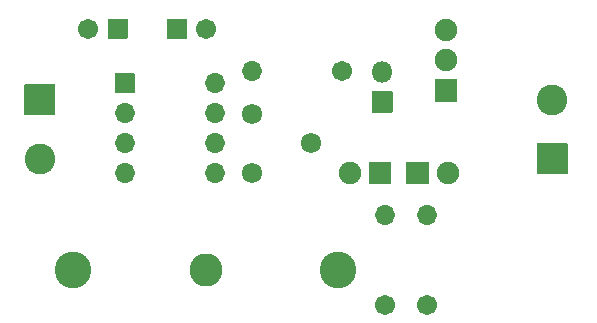
<source format=gbr>
G04 #@! TF.GenerationSoftware,KiCad,Pcbnew,(5.1.10)-1*
G04 #@! TF.CreationDate,2021-06-01T12:55:43+02:00*
G04 #@! TF.ProjectId,overvolt,6f766572-766f-46c7-942e-6b696361645f,rev?*
G04 #@! TF.SameCoordinates,Original*
G04 #@! TF.FileFunction,Soldermask,Bot*
G04 #@! TF.FilePolarity,Negative*
%FSLAX46Y46*%
G04 Gerber Fmt 4.6, Leading zero omitted, Abs format (unit mm)*
G04 Created by KiCad (PCBNEW (5.1.10)-1) date 2021-06-01 12:55:43*
%MOMM*%
%LPD*%
G01*
G04 APERTURE LIST*
%ADD10C,1.902000*%
%ADD11O,1.702000X1.702000*%
%ADD12O,1.902000X1.902000*%
%ADD13O,1.802000X1.802000*%
%ADD14C,1.702000*%
%ADD15C,1.722000*%
%ADD16C,2.602000*%
%ADD17C,3.102000*%
%ADD18C,2.802000*%
G04 APERTURE END LIST*
G36*
G01*
X122351000Y-132500000D02*
X122351000Y-134300000D01*
G75*
G02*
X122300000Y-134351000I-51000J0D01*
G01*
X120500000Y-134351000D01*
G75*
G02*
X120449000Y-134300000I0J51000D01*
G01*
X120449000Y-132500000D01*
G75*
G02*
X120500000Y-132449000I51000J0D01*
G01*
X122300000Y-132449000D01*
G75*
G02*
X122351000Y-132500000I0J-51000D01*
G01*
G37*
D10*
X118860000Y-133400000D03*
G36*
G01*
X98949000Y-126600000D02*
X98949000Y-125000000D01*
G75*
G02*
X99000000Y-124949000I51000J0D01*
G01*
X100600000Y-124949000D01*
G75*
G02*
X100651000Y-125000000I0J-51000D01*
G01*
X100651000Y-126600000D01*
G75*
G02*
X100600000Y-126651000I-51000J0D01*
G01*
X99000000Y-126651000D01*
G75*
G02*
X98949000Y-126600000I0J51000D01*
G01*
G37*
D11*
X107420000Y-133420000D03*
X99800000Y-128340000D03*
X107420000Y-130880000D03*
X99800000Y-130880000D03*
X107420000Y-128340000D03*
X99800000Y-133420000D03*
X107420000Y-125800000D03*
G36*
G01*
X127900000Y-127351000D02*
X126100000Y-127351000D01*
G75*
G02*
X126049000Y-127300000I0J51000D01*
G01*
X126049000Y-125500000D01*
G75*
G02*
X126100000Y-125449000I51000J0D01*
G01*
X127900000Y-125449000D01*
G75*
G02*
X127951000Y-125500000I0J-51000D01*
G01*
X127951000Y-127300000D01*
G75*
G02*
X127900000Y-127351000I-51000J0D01*
G01*
G37*
D12*
X127000000Y-123860000D03*
X127000000Y-121320000D03*
G36*
G01*
X122501000Y-126550000D02*
X122501000Y-128250000D01*
G75*
G02*
X122450000Y-128301000I-51000J0D01*
G01*
X120750000Y-128301000D01*
G75*
G02*
X120699000Y-128250000I0J51000D01*
G01*
X120699000Y-126550000D01*
G75*
G02*
X120750000Y-126499000I51000J0D01*
G01*
X122450000Y-126499000D01*
G75*
G02*
X122501000Y-126550000I0J-51000D01*
G01*
G37*
D13*
X121600000Y-124860000D03*
G36*
G01*
X100051000Y-120400000D02*
X100051000Y-122000000D01*
G75*
G02*
X100000000Y-122051000I-51000J0D01*
G01*
X98400000Y-122051000D01*
G75*
G02*
X98349000Y-122000000I0J51000D01*
G01*
X98349000Y-120400000D01*
G75*
G02*
X98400000Y-120349000I51000J0D01*
G01*
X100000000Y-120349000D01*
G75*
G02*
X100051000Y-120400000I0J-51000D01*
G01*
G37*
D14*
X96700000Y-121200000D03*
D15*
X110600000Y-128400000D03*
X115600000Y-130900000D03*
X110600000Y-133400000D03*
D14*
X121800000Y-144600000D03*
D11*
X121800000Y-136980000D03*
D14*
X118200000Y-124800000D03*
D11*
X110580000Y-124800000D03*
D14*
X125400000Y-144600000D03*
D11*
X125400000Y-136980000D03*
G36*
G01*
X91350000Y-125899000D02*
X93850000Y-125899000D01*
G75*
G02*
X93901000Y-125950000I0J-51000D01*
G01*
X93901000Y-128450000D01*
G75*
G02*
X93850000Y-128501000I-51000J0D01*
G01*
X91350000Y-128501000D01*
G75*
G02*
X91299000Y-128450000I0J51000D01*
G01*
X91299000Y-125950000D01*
G75*
G02*
X91350000Y-125899000I51000J0D01*
G01*
G37*
D16*
X92600000Y-132200000D03*
G36*
G01*
X137250000Y-133501000D02*
X134750000Y-133501000D01*
G75*
G02*
X134699000Y-133450000I0J51000D01*
G01*
X134699000Y-130950000D01*
G75*
G02*
X134750000Y-130899000I51000J0D01*
G01*
X137250000Y-130899000D01*
G75*
G02*
X137301000Y-130950000I0J-51000D01*
G01*
X137301000Y-133450000D01*
G75*
G02*
X137250000Y-133501000I-51000J0D01*
G01*
G37*
X136000000Y-127200000D03*
D17*
X95400000Y-141600000D03*
X117900000Y-141600000D03*
D18*
X106650000Y-141600000D03*
G36*
G01*
X123649000Y-134300000D02*
X123649000Y-132500000D01*
G75*
G02*
X123700000Y-132449000I51000J0D01*
G01*
X125500000Y-132449000D01*
G75*
G02*
X125551000Y-132500000I0J-51000D01*
G01*
X125551000Y-134300000D01*
G75*
G02*
X125500000Y-134351000I-51000J0D01*
G01*
X123700000Y-134351000D01*
G75*
G02*
X123649000Y-134300000I0J51000D01*
G01*
G37*
D10*
X127140000Y-133400000D03*
G36*
G01*
X103349000Y-122000000D02*
X103349000Y-120400000D01*
G75*
G02*
X103400000Y-120349000I51000J0D01*
G01*
X105000000Y-120349000D01*
G75*
G02*
X105051000Y-120400000I0J-51000D01*
G01*
X105051000Y-122000000D01*
G75*
G02*
X105000000Y-122051000I-51000J0D01*
G01*
X103400000Y-122051000D01*
G75*
G02*
X103349000Y-122000000I0J51000D01*
G01*
G37*
D14*
X106700000Y-121200000D03*
M02*

</source>
